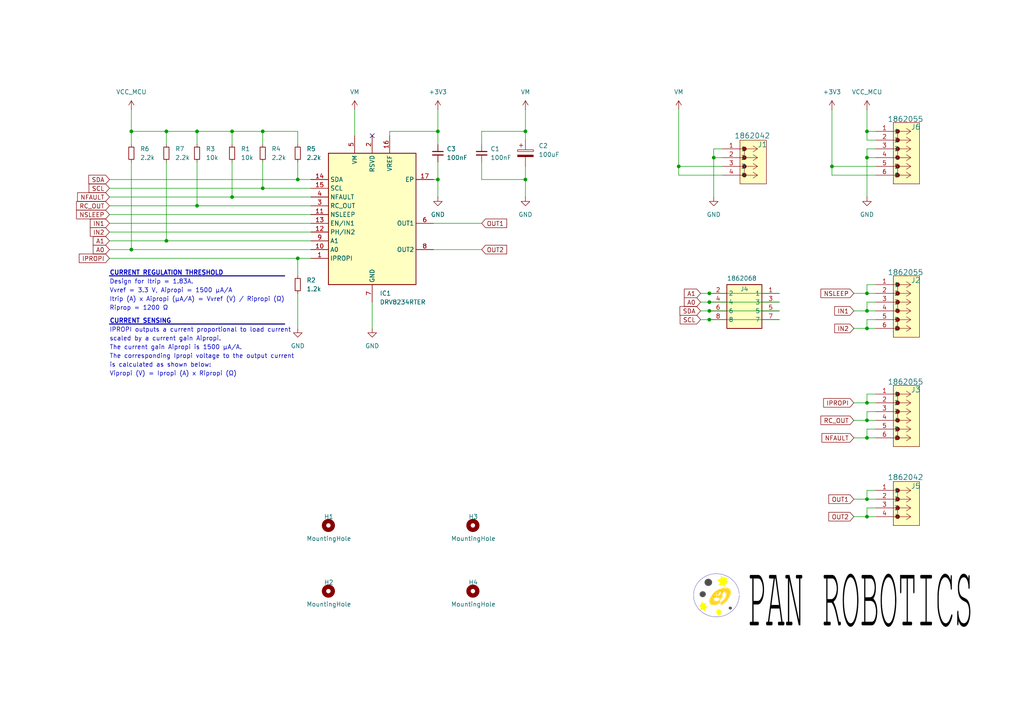
<source format=kicad_sch>
(kicad_sch (version 20231120) (generator "eeschema") (generator_version "8.0")
  (paper "A4")
  (title_block (title "DRV8234 DC Motor Driver Expander") (date "2024-07-24") (rev "V2") (company "Pan Robotics"))
  (lib_symbols
    (symbol "Device:C_Polarized" (pin_numbers hide) (pin_names (offset 0.254))
      (property "Reference" "C" (at 0.635 2.54 0))
      (property "Value" "C_Polarized" (at 0.635 -2.54 0))
      (symbol "C_Polarized_0_1"
        (rectangle (start -2.286 0.508) (end 2.286 1.016))
        (polyline (pts (xy -1.778 2.286) (xy -0.762 2.286)))
        (polyline (pts (xy -1.27 2.794) (xy -1.27 1.778)))
        (rectangle (start 2.286 -0.508) (end -2.286 -1.016) (fill (type outline)))
      )
      (symbol "C_Polarized_1_1"
        (pin passive line (at 0 3.81 270) (length 2.794) (name "~") (number "1"))
        (pin passive line (at 0 -3.81 90) (length 2.794) (name "~") (number "2"))
      )
    )
    (symbol "Device:C_Small" (pin_numbers hide) (pin_names (offset 0.254) hide)
      (property "Reference" "C" (at 0.254 1.778 0))
      (property "Value" "C_Small" (at 0.254 -2.032 0))
      (symbol "C_Small_0_1"
        (polyline (pts (xy -1.524 -0.508) (xy 1.524 -0.508)) (stroke (width 0.3302)))
        (polyline (pts (xy -1.524 0.508) (xy 1.524 0.508)) (stroke (width 0.3048)))
      )
      (symbol "C_Small_1_1"
        (pin passive line (at 0 2.54 270) (length 2.032) (name "~") (number "1"))
        (pin passive line (at 0 -2.54 90) (length 2.032) (name "~") (number "2"))
      )
    )
    (symbol "Device:R_Small" (pin_numbers hide) (pin_names (offset 0.254) hide)
      (property "Reference" "R" (at 0.762 0.508 0))
      (property "Value" "R_Small" (at 0.762 -1.016 0))
      (symbol "R_Small_0_1"
        (rectangle (start -0.762 1.778) (end 0.762 -1.778) (stroke (width 0.2032)))
      )
      (symbol "R_Small_1_1"
        (pin passive line (at 0 2.54 270) (length 0.762) (name "~") (number "1"))
        (pin passive line (at 0 -2.54 90) (length 0.762) (name "~") (number "2"))
      )
    )
    (symbol "GND_1" (power) (pin_numbers hide) (pin_names (offset 0) hide)
      (property "Value" "GND" (at 0 -3.81 0))
      (symbol "GND_1_0_1"
        (polyline (pts (xy 0 0) (xy 0 -1.27) (xy 1.27 -1.27) (xy 0 -2.54) (xy -1.27 -1.27) (xy 0 -1.27)))
      )
      (symbol "GND_1_1_1"
        (pin power_in line (at 0 0 270) (length 0) (name "~") (number "1"))
      )
    )
    (symbol "Mechanical:MountingHole" (pin_names (offset 1.016))
      (property "Reference" "H" (at 0 5.08 0))
      (property "Value" "MountingHole" (at 0 3.175 0))
      (symbol "MountingHole_0_1"
        (circle (center 0 0) (radius 1.27) (stroke (width 1.27)))
      )
    )
    (symbol "Schematic Symbols:1862042" (pin_names (offset 0.254))
      (property "Reference" "J" (at 8.89 6.35 0))
      (property "Value" "1862042" (at 8.636 3.81 0))
      (symbol "1862042_0_1"
        (polyline (pts (xy 6.35 -5.08) (xy 6.35 -7.62)) (stroke (width 0.127)))
        (polyline (pts (xy 6.35 0) (xy 6.35 -2.54)) (stroke (width 0.127)))
        (polyline (pts (xy 10.16 -7.62) (xy 5.08 -7.62)) (stroke (width 0.127)))
        (polyline (pts (xy 10.16 -7.62) (xy 8.89 -8.4667)) (stroke (width 0.127)))
        (polyline (pts (xy 10.16 -7.62) (xy 8.89 -6.7733)) (stroke (width 0.127)))
        (polyline (pts (xy 10.16 -5.08) (xy 5.08 -5.08)) (stroke (width 0.127)))
        (polyline (pts (xy 10.16 -5.08) (xy 8.89 -5.9267)) (stroke (width 0.127)))
        (polyline (pts (xy 10.16 -5.08) (xy 8.89 -4.2333)) (stroke (width 0.127)))
        (polyline (pts (xy 10.16 -2.54) (xy 5.08 -2.54)) (stroke (width 0.127)))
        (polyline (pts (xy 10.16 -2.54) (xy 8.89 -3.3867)) (stroke (width 0.127)))
        (polyline (pts (xy 10.16 -2.54) (xy 8.89 -1.6933)) (stroke (width 0.127)))
        (polyline (pts (xy 10.16 0) (xy 5.08 0)) (stroke (width 0.127)))
        (polyline (pts (xy 10.16 0) (xy 8.89 -0.8467)) (stroke (width 0.127)))
        (polyline (pts (xy 10.16 0) (xy 8.89 0.8467)) (stroke (width 0.127)))
        (circle (center 6.35 -7.62) (radius 0.127) (stroke (width 0.508)))
        (circle (center 6.35 -5.08) (radius 0.127) (stroke (width 0.508)))
        (circle (center 6.35 -2.54) (radius 0.127) (stroke (width 0.508)))
        (circle (center 6.35 0) (radius 0.127) (stroke (width 0.508)))
      )
      (symbol "1862042_1_1"
        (rectangle (start 5.08 2.54) (end 12.7 -10.16) (fill (type color) (color 255 255 194 1)))
        (pin passive line (at 0 0 0) (length 5.08) (name "1") (number "1"))
        (pin passive line (at 0 -2.54 0) (length 5.08) (name "2") (number "2"))
        (pin passive line (at 0 -5.08 0) (length 5.08) (name "3") (number "3"))
        (pin passive line (at 0 -7.62 0) (length 5.08) (name "4") (number "4"))
      )
    )
    (symbol "Schematic Symbols:1862055" (pin_names (offset 0.254))
      (property "Reference" "J" (at 8.89 6.35 0))
      (property "Value" "1862055" (at 8.636 3.556 0))
      (symbol "1862055_0_1"
        (polyline (pts (xy 6.35 -10.16) (xy 6.35 -12.7)) (stroke (width 0.127)))
        (polyline (pts (xy 6.35 -5.08) (xy 6.35 -7.62)) (stroke (width 0.127)))
        (polyline (pts (xy 6.35 0) (xy 6.35 -2.54)) (stroke (width 0.127)))
        (polyline (pts (xy 10.16 -12.7) (xy 5.08 -12.7)) (stroke (width 0.127)))
        (polyline (pts (xy 10.16 -12.7) (xy 8.89 -13.5467)) (stroke (width 0.127)))
        (polyline (pts (xy 10.16 -12.7) (xy 8.89 -11.8533)) (stroke (width 0.127)))
        (polyline (pts (xy 10.16 -10.16) (xy 5.08 -10.16)) (stroke (width 0.127)))
        (polyline (pts (xy 10.16 -10.16) (xy 8.89 -11.0067)) (stroke (width 0.127)))
        (polyline (pts (xy 10.16 -10.16) (xy 8.89 -9.3133)) (stroke (width 0.127)))
        (polyline (pts (xy 10.16 -7.62) (xy 5.08 -7.62)) (stroke (width 0.127)))
        (polyline (pts (xy 10.16 -7.62) (xy 8.89 -8.4667)) (stroke (width 0.127)))
        (polyline (pts (xy 10.16 -7.62) (xy 8.89 -6.7733)) (stroke (width 0.127)))
        (polyline (pts (xy 10.16 -5.08) (xy 5.08 -5.08)) (stroke (width 0.127)))
        (polyline (pts (xy 10.16 -5.08) (xy 8.89 -5.9267)) (stroke (width 0.127)))
        (polyline (pts (xy 10.16 -5.08) (xy 8.89 -4.2333)) (stroke (width 0.127)))
        (polyline (pts (xy 10.16 -2.54) (xy 5.08 -2.54)) (stroke (width 0.127)))
        (polyline (pts (xy 10.16 -2.54) (xy 8.89 -3.3867)) (stroke (width 0.127)))
        (polyline (pts (xy 10.16 -2.54) (xy 8.89 -1.6933)) (stroke (width 0.127)))
        (polyline (pts (xy 10.16 0) (xy 5.08 0)) (stroke (width 0.127)))
        (polyline (pts (xy 10.16 0) (xy 8.89 -0.8467)) (stroke (width 0.127)))
        (polyline (pts (xy 10.16 0) (xy 8.89 0.8467)) (stroke (width 0.127)))
        (circle (center 6.35 -12.7) (radius 0.127) (stroke (width 0.508)))
        (circle (center 6.35 -10.16) (radius 0.127) (stroke (width 0.508)))
        (circle (center 6.35 -7.62) (radius 0.127) (stroke (width 0.508)))
        (circle (center 6.35 -5.08) (radius 0.127) (stroke (width 0.508)))
        (circle (center 6.35 -2.54) (radius 0.127) (stroke (width 0.508)))
        (circle (center 6.35 0) (radius 0.127) (stroke (width 0.508)))
        (pin unspecified line (at 0 0 0) (length 5.08) (name "1") (number "1"))
        (pin unspecified line (at 0 -2.54 0) (length 5.08) (name "2") (number "2"))
        (pin unspecified line (at 0 -5.08 0) (length 5.08) (name "3") (number "3"))
        (pin unspecified line (at 0 -7.62 0) (length 5.08) (name "4") (number "4"))
        (pin unspecified line (at 0 -10.16 0) (length 5.08) (name "5") (number "5"))
        (pin unspecified line (at 0 -12.7 0) (length 5.08) (name "6") (number "6"))
      )
      (symbol "1862055_1_1"
        (rectangle (start 5.08 2.54) (end 12.7 -15.24) (fill (type background)))
      )
    )
    (symbol "Schematic Symbols:1862068"
      (property "Reference" "J" (at 5.08 7.62 0))
      (property "Value" "1862068" (at 5.08 5.08 0))
      (symbol "1862068_1_1"
        (rectangle (start 5.08 2.54) (end 15.24 -10.16) (stroke (width 0.254)) (fill (type background)))
        (pin passive line (at 20.32 0 180) (length 5.08) (name "1") (number "1"))
        (pin passive line (at 0 0 0) (length 5.08) (name "2") (number "2"))
        (pin passive line (at 20.32 -2.54 180) (length 5.08) (name "3") (number "3"))
        (pin passive line (at 0 -2.54 0) (length 5.08) (name "4") (number "4"))
        (pin passive line (at 20.32 -5.08 180) (length 5.08) (name "5") (number "5"))
        (pin passive line (at 0 -5.08 0) (length 5.08) (name "6") (number "6"))
        (pin passive line (at 20.32 -7.62 180) (length 5.08) (name "7") (number "7"))
        (pin passive line (at 0 -7.62 0) (length 5.08) (name "8") (number "8"))
      )
    )
    (symbol "Schematic Symbols:DRV8234RTER"
      (property "Reference" "IC" (at 8.128 23.368 0))
      (property "Value" "DRV8234RTER" (at 8.128 20.828 0))
      (symbol "DRV8234RTER_1_1"
        (rectangle (start -12.7 19.05) (end 12.7 -19.05) (stroke (width 0.254)) (fill (type background)))
        (pin passive line (at -17.78 -11.43 0) (length 5.08) (name "IPROPI") (number "1"))
        (pin passive line (at -17.78 -8.89 0) (length 5.08) (name "A0") (number "10"))
        (pin passive line (at -17.78 1.27 0) (length 5.08) (name "NSLEEP") (number "11"))
        (pin passive line (at -17.78 -3.81 0) (length 5.08) (name "PH/IN2") (number "12"))
        (pin passive line (at -17.78 -1.27 0) (length 5.08) (name "EN/IN1") (number "13"))
        (pin passive line (at -17.78 11.43 0) (length 5.08) (name "SDA") (number "14"))
        (pin passive line (at -17.78 8.89 0) (length 5.08) (name "SCL") (number "15"))
        (pin passive line (at 5.08 24.13 270) (length 5.08) (name "VREF") (number "16"))
        (pin passive line (at 17.78 11.43 180) (length 5.08) (name "EP") (number "17"))
        (pin passive line (at 0 24.13 270) (length 5.08) (name "RSVD") (number "2"))
        (pin passive line (at -17.78 3.81 0) (length 5.08) (name "RC_OUT") (number "3"))
        (pin passive line (at -17.78 6.35 0) (length 5.08) (name "NFAULT") (number "4"))
        (pin passive line (at -5.08 24.13 270) (length 5.08) (name "VM") (number "5"))
        (pin passive line (at 17.78 -1.27 180) (length 5.08) (name "OUT1") (number "6"))
        (pin passive line (at 0 -24.13 90) (length 5.08) (name "GND") (number "7"))
        (pin passive line (at 17.78 -8.89 180) (length 5.08) (name "OUT2") (number "8"))
        (pin passive line (at -17.78 -6.35 0) (length 5.08) (name "A1") (number "9"))
      )
    )
    (symbol "VCC_1" (power) (pin_numbers hide) (pin_names (offset 0) hide)
      (property "Value" "VCC" (at 0 3.556 0))
      (symbol "VCC_1_0_1"
        (polyline (pts (xy -0.762 1.27) (xy 0 2.54)))
        (polyline (pts (xy 0 0) (xy 0 2.54)))
        (polyline (pts (xy 0 2.54) (xy 0.762 1.27)))
      )
      (symbol "VCC_1_1_1"
        (pin power_in line (at 0 0 90) (length 0) (name "~") (number "1"))
      )
    )
    (symbol "VCC_2" (power) (pin_numbers hide) (pin_names (offset 0) hide)
      (property "Value" "VCC" (at 0 3.556 0))
      (symbol "VCC_2_0_1"
        (polyline (pts (xy -0.762 1.27) (xy 0 2.54)))
        (polyline (pts (xy 0 0) (xy 0 2.54)))
        (polyline (pts (xy 0 2.54) (xy 0.762 1.27)))
      )
      (symbol "VCC_2_1_1"
        (pin power_in line (at 0 0 90) (length 0) (name "~") (number "1"))
      )
    )
    (symbol "power:+3V3" (power) (pin_numbers hide) (pin_names (offset 0) hide)
      (property "Value" "+3V3" (at 0 3.556 0))
      (symbol "+3V3_0_1"
        (polyline (pts (xy -0.762 1.27) (xy 0 2.54)))
        (polyline (pts (xy 0 0) (xy 0 2.54)))
        (polyline (pts (xy 0 2.54) (xy 0.762 1.27)))
      )
      (symbol "+3V3_1_1"
        (pin power_in line (at 0 0 90) (length 0) (name "~") (number "1"))
      )
    )
  )
  (junction (at 205.74 85.09))
  (junction (at 38.1 72.39))
  (junction (at 251.46 127))
  (junction (at 251.46 116.84))
  (junction (at 251.46 149.86))
  (junction (at 251.46 144.78))
  (junction (at 205.74 87.63))
  (junction (at 48.26 38.1))
  (junction (at 67.31 57.15))
  (junction (at 152.4 52.07))
  (junction (at 48.26 69.85))
  (junction (at 205.74 92.71))
  (junction (at 251.46 85.09))
  (junction (at 57.15 38.1))
  (junction (at 241.3 48.26))
  (junction (at 76.2 54.61))
  (junction (at 38.1 38.1))
  (junction (at 57.15 59.69))
  (junction (at 196.85 48.26))
  (junction (at 207.01 45.72))
  (junction (at 251.46 45.72))
  (junction (at 205.74 90.17))
  (junction (at 251.46 95.25))
  (junction (at 127 52.07))
  (junction (at 251.46 121.92))
  (junction (at 86.36 74.93))
  (junction (at 86.36 52.07))
  (junction (at 67.31 38.1))
  (junction (at 127 38.1))
  (junction (at 251.46 38.1))
  (junction (at 76.2 38.1))
  (junction (at 251.46 90.17))
  (junction (at 152.4 38.1))
  (no_connect (at 107.95 39.37))
  (wire (pts (xy 203.2 85.09) (xy 205.74 85.09)))
  (wire (pts (xy 196.85 48.26) (xy 196.85 50.8)))
  (wire (pts (xy 241.3 31.75) (xy 241.3 48.26)))
  (wire (pts (xy 251.46 57.15) (xy 251.46 45.72)))
  (wire (pts (xy 76.2 46.99) (xy 76.2 54.61)))
  (wire (pts (xy 67.31 38.1) (xy 76.2 38.1)))
  (wire (pts (xy 31.75 74.93) (xy 86.36 74.93)))
  (wire (pts (xy 203.2 87.63) (xy 205.74 87.63)))
  (wire (pts (xy 251.46 124.46) (xy 251.46 127)))
  (wire (pts (xy 102.87 31.75) (xy 102.87 39.37)))
  (wire (pts (xy 251.46 114.3) (xy 254 114.3)))
  (wire (pts (xy 203.2 90.17) (xy 205.74 90.17)))
  (wire (pts (xy 76.2 38.1) (xy 76.2 41.91)))
  (wire (pts (xy 127 57.15) (xy 127 52.07)))
  (wire (pts (xy 139.7 52.07) (xy 152.4 52.07)))
  (wire (pts (xy 48.26 38.1) (xy 48.26 41.91)))
  (wire (pts (xy 251.46 95.25) (xy 254 95.25)))
  (wire (pts (xy 251.46 45.72) (xy 254 45.72)))
  (wire (pts (xy 247.65 85.09) (xy 251.46 85.09)))
  (wire (pts (xy 251.46 43.18) (xy 251.46 45.72)))
  (wire (pts (xy 205.74 87.63) (xy 226.06 87.63)))
  (wire (pts (xy 247.65 127) (xy 251.46 127)))
  (wire (pts (xy 251.46 82.55) (xy 251.46 85.09)))
  (wire (pts (xy 86.36 38.1) (xy 76.2 38.1)))
  (wire (pts (xy 57.15 59.69) (xy 90.17 59.69)))
  (wire (pts (xy 31.75 59.69) (xy 57.15 59.69)))
  (wire (pts (xy 254 121.92) (xy 251.46 121.92)))
  (wire (pts (xy 67.31 57.15) (xy 90.17 57.15)))
  (wire (pts (xy 251.46 82.55) (xy 254 82.55)))
  (wire (pts (xy 31.75 52.07) (xy 86.36 52.07)))
  (wire (pts (xy 251.46 92.71) (xy 251.46 95.25)))
  (wire (pts (xy 125.73 64.77) (xy 139.7 64.77)))
  (wire (pts (xy 139.7 38.1) (xy 152.4 38.1)))
  (wire (pts (xy 57.15 38.1) (xy 57.15 41.91)))
  (wire (pts (xy 31.75 62.23) (xy 90.17 62.23)))
  (wire (pts (xy 251.46 85.09) (xy 254 85.09)))
  (wire (pts (xy 57.15 46.99) (xy 57.15 59.69)))
  (wire (pts (xy 38.1 46.99) (xy 38.1 72.39)))
  (wire (pts (xy 251.46 38.1) (xy 254 38.1)))
  (wire (pts (xy 127 38.1) (xy 127 41.91)))
  (wire (pts (xy 196.85 48.26) (xy 209.55 48.26)))
  (wire (pts (xy 251.46 149.86) (xy 254 149.86)))
  (wire (pts (xy 251.46 116.84) (xy 247.65 116.84)))
  (wire (pts (xy 251.46 119.38) (xy 251.46 121.92)))
  (wire (pts (xy 48.26 46.99) (xy 48.26 69.85)))
  (bus (pts (xy 31.75 93.98) (xy 82.55 93.98)))
  (wire (pts (xy 31.75 69.85) (xy 48.26 69.85)))
  (wire (pts (xy 251.46 119.38) (xy 254 119.38)))
  (wire (pts (xy 207.01 43.18) (xy 209.55 43.18)))
  (wire (pts (xy 139.7 41.91) (xy 139.7 38.1)))
  (wire (pts (xy 207.01 43.18) (xy 207.01 45.72)))
  (wire (pts (xy 241.3 48.26) (xy 241.3 50.8)))
  (wire (pts (xy 86.36 74.93) (xy 86.36 80.01)))
  (wire (pts (xy 57.15 38.1) (xy 48.26 38.1)))
  (wire (pts (xy 247.65 90.17) (xy 251.46 90.17)))
  (wire (pts (xy 251.46 114.3) (xy 251.46 116.84)))
  (wire (pts (xy 152.4 31.75) (xy 152.4 38.1)))
  (wire (pts (xy 251.46 121.92) (xy 247.65 121.92)))
  (wire (pts (xy 107.95 87.63) (xy 107.95 95.25)))
  (wire (pts (xy 67.31 46.99) (xy 67.31 57.15)))
  (wire (pts (xy 152.4 38.1) (xy 152.4 40.64)))
  (wire (pts (xy 205.74 90.17) (xy 226.06 90.17)))
  (wire (pts (xy 251.46 40.64) (xy 254 40.64)))
  (wire (pts (xy 67.31 38.1) (xy 57.15 38.1)))
  (wire (pts (xy 251.46 38.1) (xy 251.46 40.64)))
  (wire (pts (xy 251.46 92.71) (xy 254 92.71)))
  (wire (pts (xy 251.46 87.63) (xy 251.46 90.17)))
  (wire (pts (xy 251.46 31.75) (xy 251.46 38.1)))
  (wire (pts (xy 48.26 38.1) (xy 38.1 38.1)))
  (wire (pts (xy 127 31.75) (xy 127 38.1)))
  (wire (pts (xy 31.75 64.77) (xy 90.17 64.77)))
  (wire (pts (xy 251.46 95.25) (xy 247.65 95.25)))
  (wire (pts (xy 251.46 142.24) (xy 254 142.24)))
  (wire (pts (xy 86.36 85.09) (xy 86.36 95.25)))
  (wire (pts (xy 31.75 67.31) (xy 90.17 67.31)))
  (wire (pts (xy 241.3 48.26) (xy 254 48.26)))
  (wire (pts (xy 207.01 45.72) (xy 209.55 45.72)))
  (wire (pts (xy 251.46 87.63) (xy 254 87.63)))
  (wire (pts (xy 113.03 38.1) (xy 113.03 39.37)))
  (wire (pts (xy 76.2 54.61) (xy 90.17 54.61)))
  (wire (pts (xy 86.36 38.1) (xy 86.36 41.91)))
  (wire (pts (xy 86.36 52.07) (xy 90.17 52.07)))
  (wire (pts (xy 86.36 74.93) (xy 90.17 74.93)))
  (wire (pts (xy 31.75 54.61) (xy 76.2 54.61)))
  (wire (pts (xy 139.7 46.99) (xy 139.7 52.07)))
  (wire (pts (xy 125.73 72.39) (xy 139.7 72.39)))
  (wire (pts (xy 203.2 92.71) (xy 205.74 92.71)))
  (wire (pts (xy 251.46 142.24) (xy 251.46 144.78)))
  (wire (pts (xy 196.85 50.8) (xy 209.55 50.8)))
  (wire (pts (xy 241.3 50.8) (xy 254 50.8)))
  (wire (pts (xy 251.46 147.32) (xy 254 147.32)))
  (wire (pts (xy 127 38.1) (xy 113.03 38.1)))
  (wire (pts (xy 251.46 127) (xy 254 127)))
  (wire (pts (xy 86.36 46.99) (xy 86.36 52.07)))
  (bus (pts (xy 31.75 80.01) (xy 82.55 80.01)))
  (wire (pts (xy 251.46 144.78) (xy 254 144.78)))
  (wire (pts (xy 247.65 144.78) (xy 251.46 144.78)))
  (wire (pts (xy 251.46 147.32) (xy 251.46 149.86)))
  (wire (pts (xy 254 116.84) (xy 251.46 116.84)))
  (wire (pts (xy 67.31 38.1) (xy 67.31 41.91)))
  (wire (pts (xy 31.75 57.15) (xy 67.31 57.15)))
  (wire (pts (xy 196.85 31.75) (xy 196.85 48.26)))
  (wire (pts (xy 207.01 57.15) (xy 207.01 45.72)))
  (wire (pts (xy 251.46 124.46) (xy 254 124.46)))
  (wire (pts (xy 127 46.99) (xy 127 52.07)))
  (wire (pts (xy 127 52.07) (xy 125.73 52.07)))
  (wire (pts (xy 251.46 90.17) (xy 254 90.17)))
  (wire (pts (xy 152.4 48.26) (xy 152.4 52.07)))
  (wire (pts (xy 247.65 149.86) (xy 251.46 149.86)))
  (wire (pts (xy 152.4 52.07) (xy 152.4 57.15)))
  (wire (pts (xy 38.1 38.1) (xy 38.1 41.91)))
  (wire (pts (xy 205.74 85.09) (xy 226.06 85.09)))
  (wire (pts (xy 251.46 43.18) (xy 254 43.18)))
  (wire (pts (xy 38.1 31.75) (xy 38.1 38.1)))
  (wire (pts (xy 38.1 72.39) (xy 90.17 72.39)))
  (wire (pts (xy 205.74 92.71) (xy 226.06 92.71)))
  (wire (pts (xy 31.75 72.39) (xy 38.1 72.39)))
  (wire (pts (xy 48.26 69.85) (xy 90.17 69.85)))
  (image (at 241.3 173.99) (scale 0.871662))
  (text "Design for Itrip = 1.83A." (at 31.75 82.55 0) (effects (font (size 1.27 1.27)) (justify left bottom)))
  (text "Itrip (A) x Aipropi (μA/A) = Vvref (V) / Ripropi (Ω) " (at 31.75 87.63 0) (effects (font (size 1.27 1.27)) (justify left bottom)))
  (text "Vipropi (V) = Ipropi (A) x Ripropi (Ω) " (at 31.75 109.22 0) (effects (font (size 1.27 1.27)) (justify left bottom)))
  (text "The corresponding Ipropi voltage to the output current" (at 31.75 104.14 0) (effects (font (size 1.27 1.27)) (justify left bottom)))
  (text "CURRENT SENSING" (at 31.75 93.218 0) (effects (font (size 1.27 1.27) (thickness 0.254) (bold yes)) (justify left)))
  (text "scaled by a current gain Aipropi." (at 31.75 99.06 0) (effects (font (size 1.27 1.27)) (justify left bottom)))
  (text "Riprop = 1200 Ω" (at 31.75 90.17 0) (effects (font (size 1.27 1.27)) (justify left bottom)))
  (text "Vvref = 3.3 V, Aipropi = 1500 μA/A" (at 31.75 85.09 0) (effects (font (size 1.27 1.27)) (justify left bottom)))
  (text "IPROPI outputs a current proportional to load current" (at 31.75 96.52 0) (effects (font (size 1.27 1.27)) (justify left bottom)))
  (text "CURRENT REGULATION THRESHOLD" (at 31.75 79.248 0) (effects (font (size 1.27 1.27) (thickness 0.254) (bold yes)) (justify left)))
  (text "The current gain Aipropi is 1500 μA/A.\n" (at 31.75 101.6 0) (effects (font (size 1.27 1.27)) (justify left bottom)))
  (text "is calculated as shown below:" (at 31.75 106.68 0) (effects (font (size 1.27 1.27)) (justify left bottom)))
  (global_label "IPROPI" (shape input) (at 247.65 116.84 180) (property "Intersheetrefs" "${INTERSHEET_REFS}" (effects (hide yes))))
  (global_label "OUT2" (shape input) (at 139.7 72.39 0) (property "Intersheetrefs" "${INTERSHEET_REFS}" (effects (hide yes))))
  (global_label "IN1" (shape input) (at 31.75 64.77 180) (property "Intersheetrefs" "${INTERSHEET_REFS}" (effects (hide yes))))
  (global_label "NFAULT" (shape input) (at 31.75 57.15 180) (property "Intersheetrefs" "${INTERSHEET_REFS}" (effects (hide yes))))
  (global_label "OUT1" (shape input) (at 247.65 144.78 180) (property "Intersheetrefs" "${INTERSHEET_REFS}" (effects (hide yes))))
  (global_label "NFAULT" (shape input) (at 247.65 127 180) (property "Intersheetrefs" "${INTERSHEET_REFS}" (effects (hide yes))))
  (global_label "A0" (shape input) (at 203.2 87.63 180) (property "Intersheetrefs" "${INTERSHEET_REFS}" (effects (hide yes))))
  (global_label "RC_OUT" (shape input) (at 31.75 59.69 180) (property "Intersheetrefs" "${INTERSHEET_REFS}" (effects (hide yes))))
  (global_label "IN1" (shape input) (at 247.65 90.17 180) (property "Intersheetrefs" "${INTERSHEET_REFS}" (effects (hide yes))))
  (global_label "OUT2" (shape input) (at 247.65 149.86 180) (property "Intersheetrefs" "${INTERSHEET_REFS}" (effects (hide yes))))
  (global_label "A1" (shape input) (at 203.2 85.09 180) (property "Intersheetrefs" "${INTERSHEET_REFS}" (effects (hide yes))))
  (global_label "SCL" (shape input) (at 203.2 92.71 180) (property "Intersheetrefs" "${INTERSHEET_REFS}" (effects (hide yes))))
  (global_label "IN2" (shape input) (at 247.65 95.25 180) (property "Intersheetrefs" "${INTERSHEET_REFS}" (effects (hide yes))))
  (global_label "OUT1" (shape input) (at 139.7 64.77 0) (property "Intersheetrefs" "${INTERSHEET_REFS}" (effects (hide yes))))
  (global_label "IN2" (shape input) (at 31.75 67.31 180) (property "Intersheetrefs" "${INTERSHEET_REFS}" (effects (hide yes))))
  (global_label "SDA" (shape input) (at 31.75 52.07 180) (property "Intersheetrefs" "${INTERSHEET_REFS}" (effects (hide yes))))
  (global_label "NSLEEP" (shape input) (at 247.65 85.09 180) (property "Intersheetrefs" "${INTERSHEET_REFS}" (effects (hide yes))))
  (global_label "NSLEEP" (shape input) (at 31.75 62.23 180) (property "Intersheetrefs" "${INTERSHEET_REFS}" (effects (hide yes))))
  (global_label "A0" (shape input) (at 31.75 72.39 180) (property "Intersheetrefs" "${INTERSHEET_REFS}" (effects (hide yes))))
  (global_label "SCL" (shape input) (at 31.75 54.61 180) (property "Intersheetrefs" "${INTERSHEET_REFS}" (effects (hide yes))))
  (global_label "RC_OUT" (shape input) (at 247.65 121.92 180) (property "Intersheetrefs" "${INTERSHEET_REFS}" (effects (hide yes))))
  (global_label "SDA" (shape input) (at 203.2 90.17 180) (property "Intersheetrefs" "${INTERSHEET_REFS}" (effects (hide yes))))
  (global_label "A1" (shape input) (at 31.75 69.85 180) (property "Intersheetrefs" "${INTERSHEET_REFS}" (effects (hide yes))))
  (global_label "IPROPI" (shape input) (at 31.75 74.93 180) (property "Intersheetrefs" "${INTERSHEET_REFS}" (effects (hide yes))))
  (symbol (lib_id "Schematic Symbols:1862055") (at 254 38.1 0) (unit 1)
    (property "Reference" "J6" (at 264.16 36.83 0) (effects (font (size 1.524 1.524)) (justify left)))
    (property "Value" "1862055" (at 262.636 34.544 0) (effects (font (size 1.524 1.524))))
    (property "Footprint" "PCB Footprints:1862055" (effects (hide yes)))
    (property "Datasheet" "1862055" (effects (hide yes)))
    (property "Manufacturer_Name" "Phoenix Contact" (effects (hide yes)))
    (property "Manufacturer_Part_Number" "1862055" (effects (hide yes)))
  )
  (symbol (lib_name "GND_1") (lib_id "power:GND") (at 127 57.15 0) (unit 1)
    (property "Reference" "#PWR015" (effects (hide yes)))
    (property "Value" "GND" (at 127 62.23 0))
    (property "Description" "Power symbol creates a global label with name \"GND\" , ground" (effects (hide yes)))
  )
  (symbol (lib_id "Device:C_Polarized") (at 152.4 44.45 0) (unit 1)
    (property "Reference" "C2" (at 156.21 42.2909 0) (effects (justify left)))
    (property "Value" "100uF" (at 156.21 44.8309 0) (effects (justify left)))
    (property "Footprint" "Capacitor_SMD:C_Elec_8x10.2" (effects (hide yes)))
    (property "Description" "Polarized capacitor" (effects (hide yes)))
    (property "Manufacturer_Name" "Nichicon" (effects (hide yes)))
    (property "Manufacturer_Part_Number" "UWT1H101MNL1GS" (effects (hide yes)))
  )
  (symbol (lib_id "Mechanical:MountingHole") (at 95.25 152.4 0) (unit 1)
    (property "Reference" "H1" (at 93.98 149.86 0) (effects (justify left)))
    (property "Value" "MountingHole" (at 88.9 156.21 0) (effects (justify left)))
    (property "Footprint" "MountingHole:MountingHole_3.2mm_M3_Pad_Via" (effects (hide yes)))
  )
  (symbol (lib_id "Device:R_Small") (at 67.31 44.45 0) (unit 1)
    (property "Reference" "R1" (at 69.85 43.1799 0) (effects (justify left)))
    (property "Value" "10k" (at 69.85 45.7199 0) (effects (justify left)))
    (property "Footprint" "Resistor_SMD:R_0805_2012Metric" (effects (hide yes)))
    (property "Description" "Resistor, small symbol" (effects (hide yes)))
    (property "Manufacturer_Name" "YAGEO" (effects (hide yes)))
    (property "Manufacturer_Part_Number" "RC0805FR-0710KL" (effects (hide yes)))
  )
  (symbol (lib_id "Device:R_Small") (at 86.36 44.45 0) (unit 1)
    (property "Reference" "R5" (at 88.9 43.1799 0) (effects (justify left)))
    (property "Value" "2.2k" (at 88.9 45.7199 0) (effects (justify left)))
    (property "Footprint" "Resistor_SMD:R_0805_2012Metric" (effects (hide yes)))
    (property "Description" "Resistor, small symbol" (effects (hide yes)))
    (property "Manufacturer_Name" "YAGEO" (effects (hide yes)))
    (property "Manufacturer_Part_Number" "RC0805FR-072K2L" (effects (hide yes)))
  )
  (symbol (lib_id "Device:R_Small") (at 76.2 44.45 0) (unit 1)
    (property "Reference" "R4" (at 78.74 43.1799 0) (effects (justify left)))
    (property "Value" "2.2k" (at 78.74 45.7199 0) (effects (justify left)))
    (property "Footprint" "Resistor_SMD:R_0805_2012Metric" (effects (hide yes)))
    (property "Description" "Resistor, small symbol" (effects (hide yes)))
    (property "Manufacturer_Name" "YAGEO" (effects (hide yes)))
    (property "Manufacturer_Part_Number" "RC0805FR-072K2L" (effects (hide yes)))
  )
  (symbol (lib_name "VCC_1") (lib_id "power:VCC") (at 251.46 31.75 0) (unit 1)
    (property "Reference" "#PWR08" (effects (hide yes)))
    (property "Value" "VCC_MCU" (at 251.46 26.67 0))
    (property "Description" "Power symbol creates a global label with name \"VCC\"" (effects (hide yes)))
  )
  (symbol (lib_name "GND_1") (lib_id "power:GND") (at 86.36 95.25 0) (unit 1)
    (property "Reference" "#PWR012" (effects (hide yes)))
    (property "Value" "GND" (at 86.36 100.33 0))
    (property "Description" "Power symbol creates a global label with name \"GND\" , ground" (effects (hide yes)))
  )
  (symbol (lib_id "power:+3V3") (at 241.3 31.75 0) (unit 1)
    (property "Reference" "#PWR06" (effects (hide yes)))
    (property "Value" "+3V3" (at 241.3 26.67 0))
    (property "Description" "Power symbol creates a global label with name \"+3V3\"" (effects (hide yes)))
  )
  (symbol (lib_id "Device:R_Small") (at 38.1 44.45 0) (unit 1)
    (property "Reference" "R6" (at 40.64 43.1799 0) (effects (justify left)))
    (property "Value" "2.2k" (at 40.64 45.7199 0) (effects (justify left)))
    (property "Footprint" "Resistor_SMD:R_0805_2012Metric" (effects (hide yes)))
    (property "Description" "Resistor, small symbol" (effects (hide yes)))
    (property "Manufacturer_Name" "YAGEO" (effects (hide yes)))
    (property "Manufacturer_Part_Number" "RC0805FR-072K2L" (effects (hide yes)))
  )
  (symbol (lib_name "GND_1") (lib_id "power:GND") (at 207.01 57.15 0) (unit 1)
    (property "Reference" "#PWR03" (effects (hide yes)))
    (property "Value" "GND" (at 207.01 62.23 0))
    (property "Description" "Power symbol creates a global label with name \"GND\" , ground" (effects (hide yes)))
  )
  (symbol (lib_id "Device:C_Small") (at 127 44.45 0) (unit 1)
    (property "Reference" "C3" (at 129.54 43.1862 0) (effects (justify left)))
    (property "Value" "100nF" (at 129.54 45.7262 0) (effects (justify left)))
    (property "Footprint" "Capacitor_SMD:C_0805_2012Metric" (effects (hide yes)))
    (property "Description" "Unpolarized capacitor, small symbol" (effects (hide yes)))
    (property "Manufacturer_Name" "Aillen" (effects (hide yes)))
    (property "Manufacturer_Part_Number" "0805B104K101CC" (effects (hide yes)))
  )
  (symbol (lib_name "VCC_2") (lib_id "power:VCC") (at 196.85 31.75 0) (unit 1)
    (property "Reference" "#PWR01" (effects (hide yes)))
    (property "Value" "VM" (at 196.85 26.67 0))
    (property "Description" "Power symbol creates a global label with name \"VCC\"" (effects (hide yes)))
  )
  (symbol (lib_id "Schematic Symbols:1862055") (at 254 114.3 0) (unit 1)
    (property "Reference" "J3" (at 264.16 113.03 0) (effects (font (size 1.524 1.524)) (justify left)))
    (property "Value" "1862055" (at 262.636 110.744 0) (effects (font (size 1.524 1.524))))
    (property "Footprint" "PCB Footprints:1862055" (effects (hide yes)))
    (property "Datasheet" "1862055" (effects (hide yes)))
    (property "Manufacturer_Name" "Phoenix Contact" (effects (hide yes)))
    (property "Manufacturer_Part_Number" "1862055" (effects (hide yes)))
  )
  (symbol (lib_id "Schematic Symbols:DRV8234RTER") (at 107.95 63.5 0) (unit 1)
    (property "Reference" "IC1" (at 110.1441 85.09 0) (effects (justify left)))
    (property "Value" "DRV8234RTER" (at 110.1441 87.63 0) (effects (justify left)))
    (property "Footprint" "PCB Footprints:DRV8234RTER" (effects (hide yes)))
    (property "Datasheet" "https://www.ti.com/lit/ds/symlink/drv8234.pdf?ts=1704472523164&ref_url=https%253A%252F%252Fwww.ti.com%252Fsitesearch%252Fen-us%252Fdocs%252Funiversalsearch.tsp%253FlangPref%253Den-US%2526searchTerm%253DDRV8234RTER%2526nr%253D2" (effects (hide yes)))
    (property "Manufacturer_Name" "Texas Instruments" (effects (hide yes)))
    (property "Manufacturer_Part_Number" "DRV8234RTER" (effects (hide yes)))
  )
  (symbol (lib_id "Mechanical:MountingHole") (at 137.16 152.4 0) (unit 1)
    (property "Reference" "H3" (at 135.89 149.86 0) (effects (justify left)))
    (property "Value" "MountingHole" (at 130.81 156.21 0) (effects (justify left)))
    (property "Footprint" "MountingHole:MountingHole_3.2mm_M3_Pad_Via" (effects (hide yes)))
  )
  (symbol (lib_id "Device:R_Small") (at 86.36 82.55 0) (unit 1)
    (property "Reference" "R2" (at 88.9 81.2799 0) (effects (justify left)))
    (property "Value" "1.2k" (at 88.9 83.8199 0) (effects (justify left)))
    (property "Footprint" "Resistor_SMD:R_0805_2012Metric" (effects (hide yes)))
    (property "Description" "Resistor, small symbol" (effects (hide yes)))
    (property "Manufacturer_Name" "TE Connectivity Passive Product" (effects (hide yes)))
    (property "Manufacturer_Part_Number" "CRG0805F1K2" (effects (hide yes)))
  )
  (symbol (lib_name "GND_1") (lib_id "power:GND") (at 152.4 57.15 0) (unit 1)
    (property "Reference" "#PWR02" (effects (hide yes)))
    (property "Value" "GND" (at 152.4 62.23 0))
    (property "Description" "Power symbol creates a global label with name \"GND\" , ground" (effects (hide yes)))
  )
  (symbol (lib_id "Mechanical:MountingHole") (at 95.25 171.45 0) (unit 1)
    (property "Reference" "H2" (at 93.98 168.91 0) (effects (justify left)))
    (property "Value" "MountingHole" (at 88.9 175.26 0) (effects (justify left)))
    (property "Footprint" "MountingHole:MountingHole_3.2mm_M3_Pad_Via" (effects (hide yes)))
  )
  (symbol (lib_id "Device:R_Small") (at 57.15 44.45 0) (unit 1)
    (property "Reference" "R3" (at 59.69 43.1799 0) (effects (justify left)))
    (property "Value" "10k" (at 59.69 45.7199 0) (effects (justify left)))
    (property "Footprint" "Resistor_SMD:R_0805_2012Metric" (effects (hide yes)))
    (property "Description" "Resistor, small symbol" (effects (hide yes)))
    (property "Manufacturer_Name" "YAGEO" (effects (hide yes)))
    (property "Manufacturer_Part_Number" "RC0805FR-0710KL" (effects (hide yes)))
  )
  (symbol (lib_id "Device:R_Small") (at 48.26 44.45 0) (unit 1)
    (property "Reference" "R7" (at 50.8 43.1799 0) (effects (justify left)))
    (property "Value" "2.2k" (at 50.8 45.7199 0) (effects (justify left)))
    (property "Footprint" "Resistor_SMD:R_0805_2012Metric" (effects (hide yes)))
    (property "Description" "Resistor, small symbol" (effects (hide yes)))
    (property "Manufacturer_Name" "YAGEO" (effects (hide yes)))
    (property "Manufacturer_Part_Number" "RC0805FR-072K2L" (effects (hide yes)))
  )
  (symbol (lib_id "Schematic Symbols:1862042") (at 254 142.24 0) (unit 1)
    (property "Reference" "J5" (at 264.16 140.97 0) (effects (font (size 1.524 1.524)) (justify left)))
    (property "Value" "1862042" (at 262.636 138.43 0) (effects (font (size 1.524 1.524))))
    (property "Footprint" "PCB Footprints:1862042" (effects (hide yes)))
    (property "Datasheet" "1862042" (effects (hide yes)))
    (property "Manufacturer_Name" "Phoenix Contact" (effects (hide yes)))
    (property "Manufacturer_Part_Number" "1862042" (effects (hide yes)))
  )
  (symbol (lib_id "Schematic Symbols:1862068") (at 205.74 85.09 0) (unit 1)
    (property "Reference" "J4" (at 215.9 83.82 0))
    (property "Value" "1862068" (at 210.82 80.01 0) (effects (justify left top)))
    (property "Footprint" "PCB Footprints:1862068" (effects (hide yes)))
    (property "Datasheet" "https://www.arrow.com/en/products/1862068/phoenix-contact" (effects (hide yes)))
    (property "Description" "Fixed Terminal Blocks SPTAF 1/ 4-3,5-EL" (effects (hide yes)))
    (property "Manufacturer_Name" "Phoenix Contact" (effects (hide yes)))
    (property "Manufacturer_Part_Number" "1862068" (effects (hide yes)))
  )
  (symbol (lib_id "Schematic Symbols:1862042") (at 209.55 43.18 0) (unit 1)
    (property "Reference" "J1" (at 219.71 41.91 0) (effects (font (size 1.524 1.524)) (justify left)))
    (property "Value" "1862042" (at 218.186 39.37 0) (effects (font (size 1.524 1.524))))
    (property "Footprint" "PCB Footprints:1862042" (effects (hide yes)))
    (property "Datasheet" "1862042" (effects (hide yes)))
    (property "Manufacturer_Name" "Phoenix Contact" (effects (hide yes)))
    (property "Manufacturer_Part_Number" "1862042" (effects (hide yes)))
  )
  (symbol (lib_id "Mechanical:MountingHole") (at 137.16 171.45 0) (unit 1)
    (property "Reference" "H4" (at 135.89 168.91 0) (effects (justify left)))
    (property "Value" "MountingHole" (at 130.81 175.26 0) (effects (justify left)))
    (property "Footprint" "MountingHole:MountingHole_3.2mm_M3_Pad_Via" (effects (hide yes)))
  )
  (symbol (lib_name "GND_1") (lib_id "power:GND") (at 107.95 95.25 0) (unit 1)
    (property "Reference" "#PWR010" (effects (hide yes)))
    (property "Value" "GND" (at 107.95 100.33 0))
    (property "Description" "Power symbol creates a global label with name \"GND\" , ground" (effects (hide yes)))
  )
  (symbol (lib_id "power:+3V3") (at 127 31.75 0) (unit 1)
    (property "Reference" "#PWR07" (effects (hide yes)))
    (property "Value" "+3V3" (at 127 26.67 0))
    (property "Description" "Power symbol creates a global label with name \"+3V3\"" (effects (hide yes)))
  )
  (symbol (lib_name "GND_1") (lib_id "power:GND") (at 251.46 57.15 0) (unit 1)
    (property "Reference" "#PWR09" (effects (hide yes)))
    (property "Value" "GND" (at 251.46 62.23 0))
    (property "Description" "Power symbol creates a global label with name \"GND\" , ground" (effects (hide yes)))
  )
  (symbol (lib_id "Device:C_Small") (at 139.7 44.45 0) (unit 1)
    (property "Reference" "C1" (at 142.24 43.1862 0) (effects (justify left)))
    (property "Value" "100nF" (at 142.24 45.7262 0) (effects (justify left)))
    (property "Footprint" "Capacitor_SMD:C_0805_2012Metric" (effects (hide yes)))
    (property "Description" "Unpolarized capacitor, small symbol" (effects (hide yes)))
    (property "Manufacturer_Name" "Aillen" (effects (hide yes)))
    (property "Manufacturer_Part_Number" "0805B104K101CC" (effects (hide yes)))
  )
  (symbol (lib_id "Schematic Symbols:1862055") (at 254 82.55 0) (unit 1)
    (property "Reference" "J2" (at 264.16 81.28 0) (effects (font (size 1.524 1.524)) (justify left)))
    (property "Value" "1862055" (at 262.636 78.994 0) (effects (font (size 1.524 1.524))))
    (property "Footprint" "PCB Footprints:1862055" (effects (hide yes)))
    (property "Datasheet" "1862055" (effects (hide yes)))
    (property "Manufacturer_Name" "Phoenix Contact" (effects (hide yes)))
    (property "Manufacturer_Part_Number" "1862055" (effects (hide yes)))
  )
  (symbol (lib_name "VCC_1") (lib_id "power:VCC") (at 38.1 31.75 0) (unit 1)
    (property "Reference" "#PWR011" (effects (hide yes)))
    (property "Value" "VCC_MCU" (at 38.1 26.67 0))
    (property "Description" "Power symbol creates a global label with name \"VCC\"" (effects (hide yes)))
  )
  (symbol (lib_name "VCC_2") (lib_id "power:VCC") (at 102.87 31.75 0) (unit 1)
    (property "Reference" "#PWR013" (effects (hide yes)))
    (property "Value" "VM" (at 102.87 26.67 0))
    (property "Description" "Power symbol creates a global label with name \"VCC\"" (effects (hide yes)))
  )
  (symbol (lib_name "VCC_2") (lib_id "power:VCC") (at 152.4 31.75 0) (unit 1)
    (property "Reference" "#PWR04" (effects (hide yes)))
    (property "Value" "VM" (at 152.4 26.67 0))
    (property "Description" "Power symbol creates a global label with name \"VCC\"" (effects (hide yes)))
  )
)
</source>
